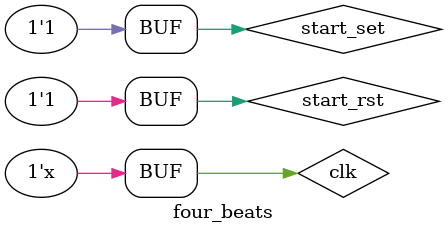
<source format=v>
`timescale 1ns / 1ps


module four_beats(

    );
    reg clk,start_rst,start_set;
    wire [3:0] y; 
    four_beats_cjm u0(clk,start_rst,start_set,y);
    always #10 clk = ~clk;
    initial
    begin 
      clk = 1'b0;
      start_rst = 1'b0;
      start_set = 1'b0;
      #30 
      start_rst = 1'b1;
      start_set = 1'b1;
    end
endmodule

</source>
